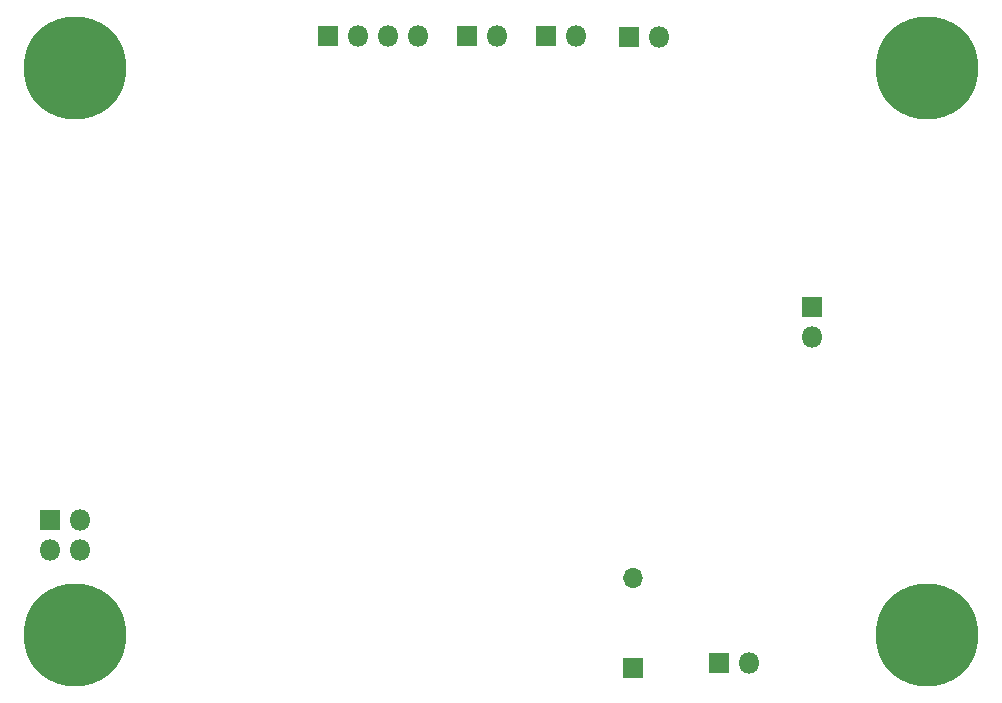
<source format=gbr>
G04 #@! TF.GenerationSoftware,KiCad,Pcbnew,(5.1.6)-1*
G04 #@! TF.CreationDate,2020-06-29T22:16:51+02:00*
G04 #@! TF.ProjectId,SensorArray,53656e73-6f72-4417-9272-61792e6b6963,rev?*
G04 #@! TF.SameCoordinates,Original*
G04 #@! TF.FileFunction,Soldermask,Bot*
G04 #@! TF.FilePolarity,Negative*
%FSLAX46Y46*%
G04 Gerber Fmt 4.6, Leading zero omitted, Abs format (unit mm)*
G04 Created by KiCad (PCBNEW (5.1.6)-1) date 2020-06-29 22:16:51*
%MOMM*%
%LPD*%
G01*
G04 APERTURE LIST*
%ADD10C,1.000000*%
%ADD11C,8.700000*%
%ADD12R,1.800000X1.800000*%
%ADD13O,1.800000X1.800000*%
%ADD14R,1.700000X1.700000*%
%ADD15O,1.700000X1.700000*%
G04 APERTURE END LIST*
D10*
X28280419Y-23719581D03*
X26000000Y-22775000D03*
X23719581Y-23719581D03*
X22775000Y-26000000D03*
X23719581Y-28280419D03*
X26000000Y-29225000D03*
X28280419Y-28280419D03*
X29225000Y-26000000D03*
D11*
X26000000Y-26000000D03*
X98075000Y-26000000D03*
D10*
X101300000Y-26000000D03*
X100355419Y-28280419D03*
X98075000Y-29225000D03*
X95794581Y-28280419D03*
X94850000Y-26000000D03*
X95794581Y-23719581D03*
X98075000Y-22775000D03*
X100355419Y-23719581D03*
X100355419Y-71719581D03*
X98075000Y-70775000D03*
X95794581Y-71719581D03*
X94850000Y-74000000D03*
X95794581Y-76280419D03*
X98075000Y-77225000D03*
X100355419Y-76280419D03*
X101300000Y-74000000D03*
D11*
X98075000Y-74000000D03*
X26000000Y-74000000D03*
D10*
X29225000Y-74000000D03*
X28280419Y-76280419D03*
X26000000Y-77225000D03*
X23719581Y-76280419D03*
X22775000Y-74000000D03*
X23719581Y-71719581D03*
X26000000Y-70775000D03*
X28280419Y-71719581D03*
D12*
X80475000Y-76350000D03*
D13*
X83015000Y-76350000D03*
D12*
X65875000Y-23300000D03*
D13*
X68415000Y-23300000D03*
X88400000Y-48790000D03*
D12*
X88400000Y-46250000D03*
X47400000Y-23300000D03*
D13*
X49940000Y-23300000D03*
X52480000Y-23300000D03*
X55020000Y-23300000D03*
D12*
X72860000Y-23350000D03*
D13*
X75400000Y-23350000D03*
X26365000Y-66825000D03*
X23825000Y-66825000D03*
X26365000Y-64285000D03*
D12*
X23825000Y-64285000D03*
D14*
X73200000Y-76800000D03*
D15*
X73200000Y-69180000D03*
D12*
X59200000Y-23300000D03*
D13*
X61740000Y-23300000D03*
M02*

</source>
